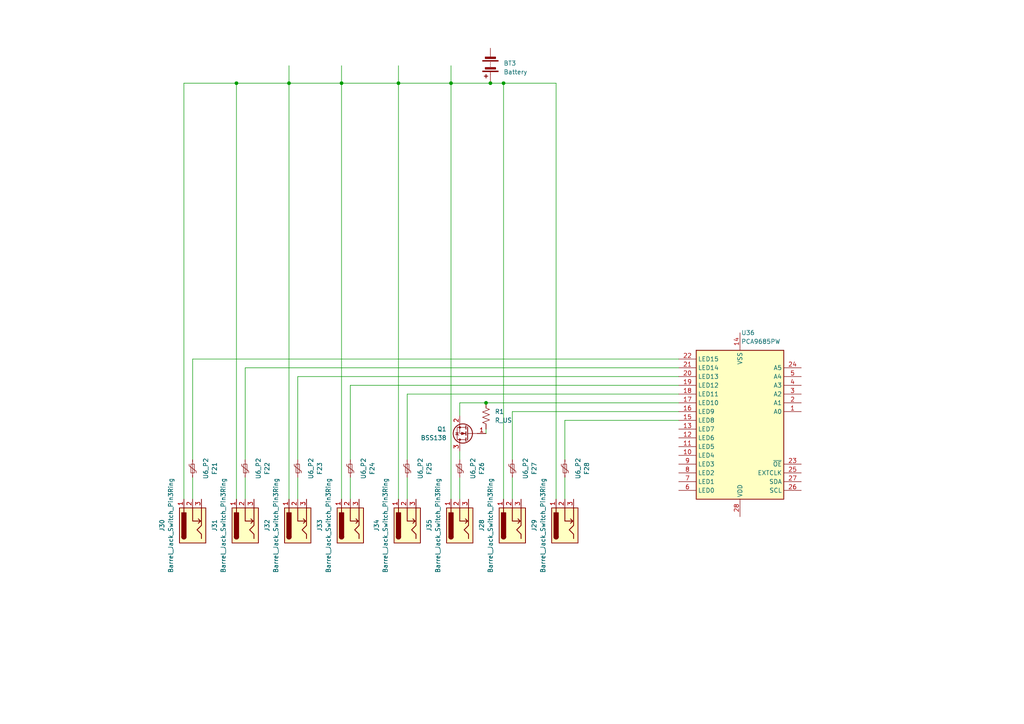
<source format=kicad_sch>
(kicad_sch (version 20230121) (generator eeschema)
  (paper "A4")
  (lib_symbols
    (symbol "Connector:Barrel_Jack_Switch_Pin3Ring" (pin_names hide)
      (property "Reference" "J" (at 0 5.334 0))
      (property "Value" "Barrel_Jack_Switch_Pin3Ring" (at 0 -5.08 0))
      (symbol "Barrel_Jack_Switch_Pin3Ring_0_1"
        (rectangle (start -5.08 3.81) (end 5.08 -3.81) (stroke (width 0.254)) (fill (type background)))
        (arc (start -3.302 3.175) (mid -3.9343 2.54) (end -3.302 1.905) (stroke (width 0.254)))
        (arc (start -3.302 3.175) (mid -3.9343 2.54) (end -3.302 1.905) (stroke (width 0.254)) (fill (type outline)))
        (polyline (pts (xy 1.27 -2.286) (xy 1.905 -1.651)) (stroke (width 0.254)))
        (polyline (pts (xy 5.08 2.54) (xy 3.81 2.54)) (stroke (width 0.254)))
        (polyline (pts (xy 5.08 0) (xy 1.27 0) (xy 1.27 -2.286) (xy 0.635 -1.651)) (stroke (width 0.254)))
        (polyline (pts (xy -3.81 -2.54) (xy -2.54 -2.54) (xy -1.27 -1.27) (xy 0 -2.54) (xy 2.54 -2.54) (xy 5.08 -2.54)) (stroke (width 0.254)))
        (rectangle (start 3.683 3.175) (end -3.302 1.905) (stroke (width 0.254)) (fill (type outline)))
      )
      (symbol "Barrel_Jack_Switch_Pin3Ring_1_1"
        (pin passive line (at 7.62 2.54 180) (length 2.54) (name "~") (number "1"))
        (pin passive line (at 7.62 0 180) (length 2.54) (name "~") (number "2"))
        (pin passive line (at 7.62 -2.54 180) (length 2.54) (name "~") (number "3"))
      )
    )
    (symbol "Device:Battery" (pin_numbers hide) (pin_names (offset 0) hide)
      (property "Reference" "BT" (at 2.54 2.54 0))
      (property "Value" "Battery" (at 2.54 0 0))
      (symbol "Battery_0_1"
        (rectangle (start -2.286 -1.27) (end 2.286 -1.524) (fill (type outline)))
        (rectangle (start -2.286 1.778) (end 2.286 1.524) (fill (type outline)))
        (rectangle (start -1.524 -2.032) (end 1.524 -2.54) (fill (type outline)))
        (rectangle (start -1.524 1.016) (end 1.524 0.508) (fill (type outline)))
        (polyline (pts (xy 0 -1.016) (xy 0 -0.762)))
        (polyline (pts (xy 0 -0.508) (xy 0 -0.254)))
        (polyline (pts (xy 0 0) (xy 0 0.254)))
        (polyline (pts (xy 0 1.778) (xy 0 2.54)))
        (polyline (pts (xy 0.762 3.048) (xy 1.778 3.048)) (stroke (width 0.254)))
        (polyline (pts (xy 1.27 3.556) (xy 1.27 2.54)) (stroke (width 0.254)))
      )
      (symbol "Battery_1_1"
        (pin passive line (at 0 5.08 270) (length 2.54) (name "+") (number "1"))
        (pin passive line (at 0 -5.08 90) (length 2.54) (name "-") (number "2"))
      )
    )
    (symbol "Device:Polyfuse_Small" (pin_numbers hide) (pin_names (offset 0))
      (property "Reference" "F" (at -1.905 0 90))
      (property "Value" "Polyfuse_Small" (at 1.905 0 90))
      (symbol "Polyfuse_Small_0_1"
        (rectangle (start -0.508 1.27) (end 0.508 -1.27))
        (polyline (pts (xy 0 2.54) (xy 0 -2.54)))
        (polyline (pts (xy -1.016 1.27) (xy -1.016 0.762) (xy 1.016 -0.762) (xy 1.016 -1.27)))
      )
      (symbol "Polyfuse_Small_1_1"
        (pin passive line (at 0 2.54 270) (length 0.635) (name "~") (number "1"))
        (pin passive line (at 0 -2.54 90) (length 0.635) (name "~") (number "2"))
      )
    )
    (symbol "Device:R_US" (pin_numbers hide) (pin_names (offset 0))
      (property "Reference" "R" (at 2.54 0 90))
      (property "Value" "R_US" (at -2.54 0 90))
      (symbol "R_US_0_1"
        (polyline (pts (xy 0 -2.286) (xy 0 -2.54)))
        (polyline (pts (xy 0 2.286) (xy 0 2.54)))
        (polyline (pts (xy 0 -0.762) (xy 1.016 -1.143) (xy 0 -1.524) (xy -1.016 -1.905) (xy 0 -2.286)))
        (polyline (pts (xy 0 0.762) (xy 1.016 0.381) (xy 0 0) (xy -1.016 -0.381) (xy 0 -0.762)))
        (polyline (pts (xy 0 2.286) (xy 1.016 1.905) (xy 0 1.524) (xy -1.016 1.143) (xy 0 0.762)))
      )
      (symbol "R_US_1_1"
        (pin passive line (at 0 3.81 270) (length 1.27) (name "~") (number "1"))
        (pin passive line (at 0 -3.81 90) (length 1.27) (name "~") (number "2"))
      )
    )
    (symbol "Driver_LED:PCA9685PW"
      (property "Reference" "U" (at -12.7 22.225 0))
      (property "Value" "PCA9685PW" (at 1.27 22.225 0))
      (symbol "PCA9685PW_0_1"
        (rectangle (start -12.7 20.32) (end 12.7 -22.86) (stroke (width 0.254)) (fill (type background)))
      )
      (symbol "PCA9685PW_1_1"
        (pin input line (at -17.78 -5.08 0) (length 5.08) (name "A0") (number "1"))
        (pin output line (at 17.78 7.62 180) (length 5.08) (name "LED4") (number "10"))
        (pin output line (at 17.78 5.08 180) (length 5.08) (name "LED5") (number "11"))
        (pin output line (at 17.78 2.54 180) (length 5.08) (name "LED6") (number "12"))
        (pin output line (at 17.78 0 180) (length 5.08) (name "LED7") (number "13"))
        (pin power_in line (at 0 -27.94 90) (length 5.08) (name "VSS") (number "14"))
        (pin output line (at 17.78 -2.54 180) (length 5.08) (name "LED8") (number "15"))
        (pin output line (at 17.78 -5.08 180) (length 5.08) (name "LED9") (number "16"))
        (pin output line (at 17.78 -7.62 180) (length 5.08) (name "LED10") (number "17"))
        (pin output line (at 17.78 -10.16 180) (length 5.08) (name "LED11") (number "18"))
        (pin output line (at 17.78 -12.7 180) (length 5.08) (name "LED12") (number "19"))
        (pin input line (at -17.78 -7.62 0) (length 5.08) (name "A1") (number "2"))
        (pin output line (at 17.78 -15.24 180) (length 5.08) (name "LED13") (number "20"))
        (pin output line (at 17.78 -17.78 180) (length 5.08) (name "LED14") (number "21"))
        (pin output line (at 17.78 -20.32 180) (length 5.08) (name "LED15") (number "22"))
        (pin input line (at -17.78 10.16 0) (length 5.08) (name "~{OE}") (number "23"))
        (pin input line (at -17.78 -17.78 0) (length 5.08) (name "A5") (number "24"))
        (pin input line (at -17.78 12.7 0) (length 5.08) (name "EXTCLK") (number "25"))
        (pin input line (at -17.78 17.78 0) (length 5.08) (name "SCL") (number "26"))
        (pin bidirectional line (at -17.78 15.24 0) (length 5.08) (name "SDA") (number "27"))
        (pin power_in line (at 0 25.4 270) (length 5.08) (name "VDD") (number "28"))
        (pin input line (at -17.78 -10.16 0) (length 5.08) (name "A2") (number "3"))
        (pin input line (at -17.78 -12.7 0) (length 5.08) (name "A3") (number "4"))
        (pin input line (at -17.78 -15.24 0) (length 5.08) (name "A4") (number "5"))
        (pin output line (at 17.78 17.78 180) (length 5.08) (name "LED0") (number "6"))
        (pin output line (at 17.78 15.24 180) (length 5.08) (name "LED1") (number "7"))
        (pin output line (at 17.78 12.7 180) (length 5.08) (name "LED2") (number "8"))
        (pin output line (at 17.78 10.16 180) (length 5.08) (name "LED3") (number "9"))
      )
    )
    (symbol "Transistor_FET:BSS138" (pin_names hide)
      (property "Reference" "Q" (at 5.08 1.905 0))
      (property "Value" "BSS138" (at 5.08 0 0))
      (symbol "BSS138_0_1"
        (polyline (pts (xy 0.254 0) (xy -2.54 0)))
        (polyline (pts (xy 0.254 1.905) (xy 0.254 -1.905)) (stroke (width 0.254)))
        (polyline (pts (xy 0.762 -1.27) (xy 0.762 -2.286)) (stroke (width 0.254)))
        (polyline (pts (xy 0.762 0.508) (xy 0.762 -0.508)) (stroke (width 0.254)))
        (polyline (pts (xy 0.762 2.286) (xy 0.762 1.27)) (stroke (width 0.254)))
        (polyline (pts (xy 2.54 2.54) (xy 2.54 1.778)))
        (polyline (pts (xy 2.54 -2.54) (xy 2.54 0) (xy 0.762 0)))
        (polyline (pts (xy 0.762 -1.778) (xy 3.302 -1.778) (xy 3.302 1.778) (xy 0.762 1.778)))
        (polyline (pts (xy 1.016 0) (xy 2.032 0.381) (xy 2.032 -0.381) (xy 1.016 0)) (fill (type outline)))
        (polyline (pts (xy 2.794 0.508) (xy 2.921 0.381) (xy 3.683 0.381) (xy 3.81 0.254)))
        (polyline (pts (xy 3.302 0.381) (xy 2.921 -0.254) (xy 3.683 -0.254) (xy 3.302 0.381)))
        (circle (center 1.651 0) (radius 2.794) (stroke (width 0.254)))
        (circle (center 2.54 -1.778) (radius 0.254) (fill (type outline)))
        (circle (center 2.54 1.778) (radius 0.254) (fill (type outline)))
      )
      (symbol "BSS138_1_1"
        (pin input line (at -5.08 0 0) (length 2.54) (name "G") (number "1"))
        (pin passive line (at 2.54 -5.08 90) (length 2.54) (name "S") (number "2"))
        (pin passive line (at 2.54 5.08 270) (length 2.54) (name "D") (number "3"))
      )
    )
  )
  (junction (at 130.81 24.13))
  (junction (at 68.58 24.13))
  (junction (at 99.06 24.13))
  (junction (at 83.82 24.13))
  (junction (at 140.97 116.84))
  (junction (at 115.57 24.13))
  (junction (at 142.24 24.13))
  (junction (at 146.05 24.13))
  (wire (pts (xy 133.35 116.84) (xy 133.35 120.65)))
  (wire (pts (xy 53.34 24.13) (xy 53.34 144.78)))
  (wire (pts (xy 86.36 138.43) (xy 86.36 144.78)))
  (wire (pts (xy 148.59 119.38) (xy 196.85 119.38)))
  (wire (pts (xy 133.35 138.43) (xy 133.35 144.78)))
  (wire (pts (xy 101.6 111.76) (xy 101.6 133.35)))
  (wire (pts (xy 83.82 24.13) (xy 68.58 24.13)))
  (wire (pts (xy 71.12 106.68) (xy 196.85 106.68)))
  (wire (pts (xy 118.11 114.3) (xy 118.11 133.35)))
  (wire (pts (xy 101.6 138.43) (xy 101.6 144.78)))
  (wire (pts (xy 140.97 124.46) (xy 140.97 125.73)))
  (wire (pts (xy 71.12 138.43) (xy 71.12 144.78)))
  (wire (pts (xy 99.06 24.13) (xy 115.57 24.13)))
  (wire (pts (xy 68.58 24.13) (xy 53.34 24.13)))
  (wire (pts (xy 71.12 106.68) (xy 71.12 133.35)))
  (wire (pts (xy 115.57 19.05) (xy 115.57 24.13)))
  (wire (pts (xy 99.06 19.05) (xy 99.06 24.13)))
  (wire (pts (xy 55.88 104.14) (xy 196.85 104.14)))
  (wire (pts (xy 86.36 109.22) (xy 196.85 109.22)))
  (wire (pts (xy 118.11 138.43) (xy 118.11 144.78)))
  (wire (pts (xy 146.05 24.13) (xy 146.05 144.78)))
  (wire (pts (xy 163.83 138.43) (xy 163.83 144.78)))
  (wire (pts (xy 55.88 138.43) (xy 55.88 144.78)))
  (wire (pts (xy 86.36 109.22) (xy 86.36 133.35)))
  (wire (pts (xy 142.24 24.13) (xy 146.05 24.13)))
  (wire (pts (xy 99.06 24.13) (xy 83.82 24.13)))
  (wire (pts (xy 133.35 130.81) (xy 133.35 133.35)))
  (wire (pts (xy 148.59 119.38) (xy 148.59 133.35)))
  (wire (pts (xy 115.57 24.13) (xy 130.81 24.13)))
  (wire (pts (xy 140.97 116.84) (xy 196.85 116.84)))
  (wire (pts (xy 99.06 24.13) (xy 99.06 144.78)))
  (wire (pts (xy 115.57 24.13) (xy 115.57 144.78)))
  (wire (pts (xy 101.6 111.76) (xy 196.85 111.76)))
  (wire (pts (xy 133.35 116.84) (xy 140.97 116.84)))
  (wire (pts (xy 130.81 19.05) (xy 130.81 24.13)))
  (wire (pts (xy 130.81 24.13) (xy 130.81 144.78)))
  (wire (pts (xy 161.29 24.13) (xy 161.29 144.78)))
  (wire (pts (xy 68.58 24.13) (xy 68.58 144.78)))
  (wire (pts (xy 146.05 24.13) (xy 161.29 24.13)))
  (wire (pts (xy 118.11 114.3) (xy 196.85 114.3)))
  (wire (pts (xy 148.59 138.43) (xy 148.59 144.78)))
  (wire (pts (xy 83.82 19.05) (xy 83.82 24.13)))
  (wire (pts (xy 55.88 104.14) (xy 55.88 133.35)))
  (wire (pts (xy 163.83 121.92) (xy 163.83 133.35)))
  (wire (pts (xy 142.24 24.13) (xy 130.81 24.13)))
  (wire (pts (xy 83.82 24.13) (xy 83.82 144.78)))
  (wire (pts (xy 163.83 121.92) (xy 196.85 121.92)))
  (symbol (lib_id "Device:Polyfuse_Small") (at 148.59 135.89 180) (unit 1)
    (property "Reference" "F27" (at 154.94 135.89 90))
    (property "Value" "U6_P2" (at 152.4 135.89 90))
  )
  (symbol (lib_id "Device:Polyfuse_Small") (at 86.36 135.89 180) (unit 1)
    (property "Reference" "F23" (at 92.71 135.89 90))
    (property "Value" "U6_P2" (at 90.17 135.89 90))
  )
  (symbol (lib_id "Connector:Barrel_Jack_Switch_Pin3Ring") (at 148.59 152.4 90) (unit 1)
    (property "Reference" "J28" (at 139.7 152.4 0))
    (property "Value" "Barrel_Jack_Switch_Pin3Ring" (at 142.24 152.4 0))
  )
  (symbol (lib_id "Device:Polyfuse_Small") (at 163.83 135.89 180) (unit 1)
    (property "Reference" "F28" (at 170.18 135.89 90))
    (property "Value" "U6_P2" (at 167.64 135.89 90))
  )
  (symbol (lib_id "Connector:Barrel_Jack_Switch_Pin3Ring") (at 133.35 152.4 90) (unit 1)
    (property "Reference" "J35" (at 124.46 152.4 0))
    (property "Value" "Barrel_Jack_Switch_Pin3Ring" (at 127 152.4 0))
  )
  (symbol (lib_id "Transistor_FET:BSS138") (at 135.89 125.73 180) (unit 1)
    (property "Reference" "Q1" (at 129.54 124.46 0) (effects (justify left)))
    (property "Value" "BSS138" (at 129.54 127 0) (effects (justify left)))
    (property "Footprint" "Package_TO_SOT_SMD:SOT-23" (effects hide))
    (property "Datasheet" "https://www.onsemi.com/pub/Collateral/BSS138-D.PDF" (effects hide))
  )
  (symbol (lib_id "Device:Polyfuse_Small") (at 71.12 135.89 180) (unit 1)
    (property "Reference" "F22" (at 77.47 135.89 90))
    (property "Value" "U6_P2" (at 74.93 135.89 90))
  )
  (symbol (lib_id "Connector:Barrel_Jack_Switch_Pin3Ring") (at 163.83 152.4 90) (unit 1)
    (property "Reference" "J29" (at 154.94 152.4 0))
    (property "Value" "Barrel_Jack_Switch_Pin3Ring" (at 157.48 152.4 0))
  )
  (symbol (lib_id "Connector:Barrel_Jack_Switch_Pin3Ring") (at 118.11 152.4 90) (unit 1)
    (property "Reference" "J34" (at 109.22 152.4 0))
    (property "Value" "Barrel_Jack_Switch_Pin3Ring" (at 111.76 152.4 0))
  )
  (symbol (lib_id "Driver_LED:PCA9685PW") (at 214.63 124.46 180) (unit 1)
    (property "Reference" "U36" (at 214.9759 96.52 0) (effects (justify right)))
    (property "Value" "PCA9685PW" (at 214.9759 99.06 0) (effects (justify right)))
    (property "Footprint" "Package_SO:TSSOP-28_4.4x9.7mm_P0.65mm" (effects hide))
    (property "Datasheet" "http://www.nxp.com/docs/en/data-sheet/PCA9685.pdf" (effects hide))
  )
  (symbol (lib_id "Device:Polyfuse_Small") (at 133.35 135.89 180) (unit 1)
    (property "Reference" "F26" (at 139.7 135.89 90))
    (property "Value" "U6_P2" (at 137.16 135.89 90))
  )
  (symbol (lib_id "Connector:Barrel_Jack_Switch_Pin3Ring") (at 86.36 152.4 90) (unit 1)
    (property "Reference" "J32" (at 77.47 152.4 0))
    (property "Value" "Barrel_Jack_Switch_Pin3Ring" (at 80.01 152.4 0))
  )
  (symbol (lib_id "Device:Battery") (at 142.24 19.05 180) (unit 1)
    (property "Reference" "BT3" (at 146.05 18.3515 0) (effects (justify right)))
    (property "Value" "Battery" (at 146.05 20.8915 0) (effects (justify right)))
  )
  (symbol (lib_id "Device:R_US") (at 140.97 120.65 0) (unit 1)
    (property "Reference" "R1" (at 143.51 119.38 0) (effects (justify left)))
    (property "Value" "R_US" (at 143.51 121.92 0) (effects (justify left)))
  )
  (symbol (lib_id "Connector:Barrel_Jack_Switch_Pin3Ring") (at 55.88 152.4 90) (unit 1)
    (property "Reference" "J30" (at 46.99 152.4 0))
    (property "Value" "Barrel_Jack_Switch_Pin3Ring" (at 49.53 152.4 0))
  )
  (symbol (lib_id "Device:Polyfuse_Small") (at 101.6 135.89 180) (unit 1)
    (property "Reference" "F24" (at 107.95 135.89 90))
    (property "Value" "U6_P2" (at 105.41 135.89 90))
  )
  (symbol (lib_id "Connector:Barrel_Jack_Switch_Pin3Ring") (at 71.12 152.4 90) (unit 1)
    (property "Reference" "J31" (at 62.23 152.4 0))
    (property "Value" "Barrel_Jack_Switch_Pin3Ring" (at 64.77 152.4 0))
  )
  (symbol (lib_id "Device:Polyfuse_Small") (at 118.11 135.89 180) (unit 1)
    (property "Reference" "F25" (at 124.46 135.89 90))
    (property "Value" "U6_P2" (at 121.92 135.89 90))
  )
  (symbol (lib_id "Device:Polyfuse_Small") (at 55.88 135.89 180) (unit 1)
    (property "Reference" "F21" (at 62.23 135.89 90))
    (property "Value" "U6_P2" (at 59.69 135.89 90))
  )
  (symbol (lib_id "Connector:Barrel_Jack_Switch_Pin3Ring") (at 101.6 152.4 90) (unit 1)
    (property "Reference" "J33" (at 92.71 152.4 0))
    (property "Value" "Barrel_Jack_Switch_Pin3Ring" (at 95.25 152.4 0))
  )
)
</source>
